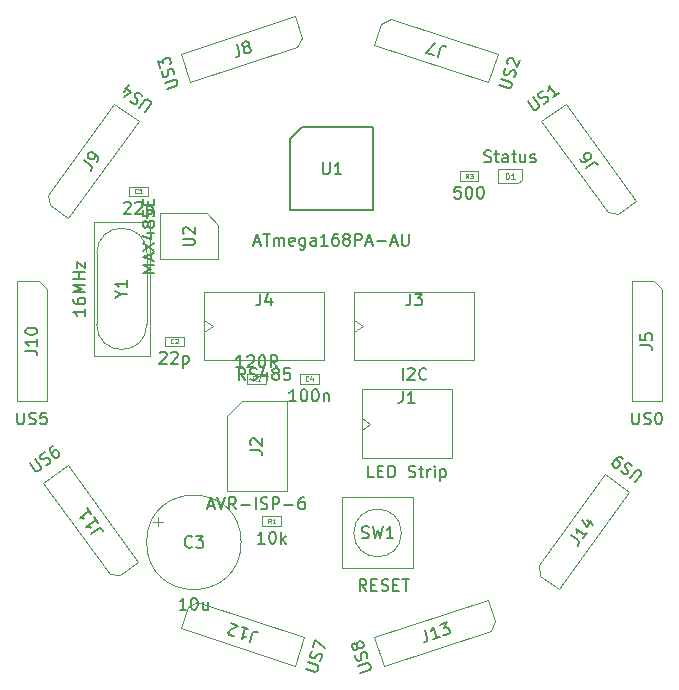
<source format=gbr>
%TF.GenerationSoftware,KiCad,Pcbnew,6.0.11+dfsg-1~bpo11+1*%
%TF.CreationDate,2023-02-26T17:05:11+01:00*%
%TF.ProjectId,ultrasonic_board,756c7472-6173-46f6-9e69-635f626f6172,rev?*%
%TF.SameCoordinates,PX8b48bd0PY4eb9cf0*%
%TF.FileFunction,AssemblyDrawing,Top*%
%FSLAX46Y46*%
G04 Gerber Fmt 4.6, Leading zero omitted, Abs format (unit mm)*
G04 Created by KiCad (PCBNEW 6.0.11+dfsg-1~bpo11+1) date 2023-02-26 17:05:11*
%MOMM*%
%LPD*%
G01*
G04 APERTURE LIST*
%ADD10C,0.150000*%
%ADD11C,0.060000*%
%ADD12C,0.080000*%
%ADD13C,0.100000*%
G04 APERTURE END LIST*
D10*
%TO.C,C1*%
X-18219286Y11722381D02*
X-18171667Y11770000D01*
X-18076429Y11817620D01*
X-17838334Y11817620D01*
X-17743096Y11770000D01*
X-17695477Y11722381D01*
X-17647858Y11627143D01*
X-17647858Y11531905D01*
X-17695477Y11389048D01*
X-18266905Y10817620D01*
X-17647858Y10817620D01*
X-17266905Y11722381D02*
X-17219286Y11770000D01*
X-17124048Y11817620D01*
X-16885953Y11817620D01*
X-16790715Y11770000D01*
X-16743096Y11722381D01*
X-16695477Y11627143D01*
X-16695477Y11531905D01*
X-16743096Y11389048D01*
X-17314524Y10817620D01*
X-16695477Y10817620D01*
X-16266905Y11484286D02*
X-16266905Y10484286D01*
X-16266905Y11436667D02*
X-16171667Y11484286D01*
X-15981191Y11484286D01*
X-15885953Y11436667D01*
X-15838334Y11389048D01*
X-15790715Y11293810D01*
X-15790715Y11008096D01*
X-15838334Y10912858D01*
X-15885953Y10865239D01*
X-15981191Y10817620D01*
X-16171667Y10817620D01*
X-16266905Y10865239D01*
D11*
X-17071667Y12557143D02*
X-17090715Y12538096D01*
X-17147858Y12519048D01*
X-17185953Y12519048D01*
X-17243096Y12538096D01*
X-17281191Y12576191D01*
X-17300239Y12614286D01*
X-17319286Y12690477D01*
X-17319286Y12747620D01*
X-17300239Y12823810D01*
X-17281191Y12861905D01*
X-17243096Y12900000D01*
X-17185953Y12919048D01*
X-17147858Y12919048D01*
X-17090715Y12900000D01*
X-17071667Y12880953D01*
X-16690715Y12519048D02*
X-16919286Y12519048D01*
X-16805000Y12519048D02*
X-16805000Y12919048D01*
X-16843096Y12861905D01*
X-16881191Y12823810D01*
X-16919286Y12804762D01*
D10*
%TO.C,C2*%
X-15184286Y-977619D02*
X-15136667Y-930000D01*
X-15041429Y-882380D01*
X-14803334Y-882380D01*
X-14708096Y-930000D01*
X-14660477Y-977619D01*
X-14612858Y-1072857D01*
X-14612858Y-1168095D01*
X-14660477Y-1310952D01*
X-15231905Y-1882380D01*
X-14612858Y-1882380D01*
X-14231905Y-977619D02*
X-14184286Y-930000D01*
X-14089048Y-882380D01*
X-13850953Y-882380D01*
X-13755715Y-930000D01*
X-13708096Y-977619D01*
X-13660477Y-1072857D01*
X-13660477Y-1168095D01*
X-13708096Y-1310952D01*
X-14279524Y-1882380D01*
X-13660477Y-1882380D01*
X-13231905Y-1215714D02*
X-13231905Y-2215714D01*
X-13231905Y-1263333D02*
X-13136667Y-1215714D01*
X-12946191Y-1215714D01*
X-12850953Y-1263333D01*
X-12803334Y-1310952D01*
X-12755715Y-1406190D01*
X-12755715Y-1691904D01*
X-12803334Y-1787142D01*
X-12850953Y-1834761D01*
X-12946191Y-1882380D01*
X-13136667Y-1882380D01*
X-13231905Y-1834761D01*
D11*
X-14036667Y-142857D02*
X-14055715Y-161904D01*
X-14112858Y-180952D01*
X-14150953Y-180952D01*
X-14208096Y-161904D01*
X-14246191Y-123809D01*
X-14265239Y-85714D01*
X-14284286Y-9523D01*
X-14284286Y47620D01*
X-14265239Y123810D01*
X-14246191Y161905D01*
X-14208096Y200000D01*
X-14150953Y219048D01*
X-14112858Y219048D01*
X-14055715Y200000D01*
X-14036667Y180953D01*
X-13884286Y180953D02*
X-13865239Y200000D01*
X-13827143Y219048D01*
X-13731905Y219048D01*
X-13693810Y200000D01*
X-13674762Y180953D01*
X-13655715Y142858D01*
X-13655715Y104762D01*
X-13674762Y47620D01*
X-13903334Y-180952D01*
X-13655715Y-180952D01*
D10*
%TO.C,C3*%
X-12953462Y-22720380D02*
X-13524890Y-22720380D01*
X-13239176Y-22720380D02*
X-13239176Y-21720380D01*
X-13334414Y-21863238D01*
X-13429652Y-21958476D01*
X-13524890Y-22006095D01*
X-12334414Y-21720380D02*
X-12239176Y-21720380D01*
X-12143938Y-21768000D01*
X-12096319Y-21815619D01*
X-12048700Y-21910857D01*
X-12001081Y-22101333D01*
X-12001081Y-22339428D01*
X-12048700Y-22529904D01*
X-12096319Y-22625142D01*
X-12143938Y-22672761D01*
X-12239176Y-22720380D01*
X-12334414Y-22720380D01*
X-12429652Y-22672761D01*
X-12477271Y-22625142D01*
X-12524890Y-22529904D01*
X-12572509Y-22339428D01*
X-12572509Y-22101333D01*
X-12524890Y-21910857D01*
X-12477271Y-21815619D01*
X-12429652Y-21768000D01*
X-12334414Y-21720380D01*
X-11143938Y-22053714D02*
X-11143938Y-22720380D01*
X-11572509Y-22053714D02*
X-11572509Y-22577523D01*
X-11524890Y-22672761D01*
X-11429652Y-22720380D01*
X-11286795Y-22720380D01*
X-11191557Y-22672761D01*
X-11143938Y-22625142D01*
X-12477271Y-17375142D02*
X-12524890Y-17422761D01*
X-12667747Y-17470380D01*
X-12762985Y-17470380D01*
X-12905843Y-17422761D01*
X-13001081Y-17327523D01*
X-13048700Y-17232285D01*
X-13096319Y-17041809D01*
X-13096319Y-16898952D01*
X-13048700Y-16708476D01*
X-13001081Y-16613238D01*
X-12905843Y-16518000D01*
X-12762985Y-16470380D01*
X-12667747Y-16470380D01*
X-12524890Y-16518000D01*
X-12477271Y-16565619D01*
X-12143938Y-16470380D02*
X-11524890Y-16470380D01*
X-11858224Y-16851333D01*
X-11715366Y-16851333D01*
X-11620128Y-16898952D01*
X-11572509Y-16946571D01*
X-11524890Y-17041809D01*
X-11524890Y-17279904D01*
X-11572509Y-17375142D01*
X-11620128Y-17422761D01*
X-11715366Y-17470380D01*
X-12001081Y-17470380D01*
X-12096319Y-17422761D01*
X-12143938Y-17375142D01*
%TO.C,C4*%
X-3659048Y-5057380D02*
X-4230477Y-5057380D01*
X-3944762Y-5057380D02*
X-3944762Y-4057380D01*
X-4040000Y-4200238D01*
X-4135239Y-4295476D01*
X-4230477Y-4343095D01*
X-3040000Y-4057380D02*
X-2944762Y-4057380D01*
X-2849524Y-4105000D01*
X-2801905Y-4152619D01*
X-2754286Y-4247857D01*
X-2706667Y-4438333D01*
X-2706667Y-4676428D01*
X-2754286Y-4866904D01*
X-2801905Y-4962142D01*
X-2849524Y-5009761D01*
X-2944762Y-5057380D01*
X-3040000Y-5057380D01*
X-3135239Y-5009761D01*
X-3182858Y-4962142D01*
X-3230477Y-4866904D01*
X-3278096Y-4676428D01*
X-3278096Y-4438333D01*
X-3230477Y-4247857D01*
X-3182858Y-4152619D01*
X-3135239Y-4105000D01*
X-3040000Y-4057380D01*
X-2087620Y-4057380D02*
X-1992381Y-4057380D01*
X-1897143Y-4105000D01*
X-1849524Y-4152619D01*
X-1801905Y-4247857D01*
X-1754286Y-4438333D01*
X-1754286Y-4676428D01*
X-1801905Y-4866904D01*
X-1849524Y-4962142D01*
X-1897143Y-5009761D01*
X-1992381Y-5057380D01*
X-2087620Y-5057380D01*
X-2182858Y-5009761D01*
X-2230477Y-4962142D01*
X-2278096Y-4866904D01*
X-2325715Y-4676428D01*
X-2325715Y-4438333D01*
X-2278096Y-4247857D01*
X-2230477Y-4152619D01*
X-2182858Y-4105000D01*
X-2087620Y-4057380D01*
X-1325715Y-4390714D02*
X-1325715Y-5057380D01*
X-1325715Y-4485952D02*
X-1278096Y-4438333D01*
X-1182858Y-4390714D01*
X-1040000Y-4390714D01*
X-944762Y-4438333D01*
X-897143Y-4533571D01*
X-897143Y-5057380D01*
D11*
X-2606667Y-3317857D02*
X-2625715Y-3336904D01*
X-2682858Y-3355952D01*
X-2720953Y-3355952D01*
X-2778096Y-3336904D01*
X-2816191Y-3298809D01*
X-2835239Y-3260714D01*
X-2854286Y-3184523D01*
X-2854286Y-3127380D01*
X-2835239Y-3051190D01*
X-2816191Y-3013095D01*
X-2778096Y-2975000D01*
X-2720953Y-2955952D01*
X-2682858Y-2955952D01*
X-2625715Y-2975000D01*
X-2606667Y-2994047D01*
X-2263810Y-3089285D02*
X-2263810Y-3355952D01*
X-2359048Y-2936904D02*
X-2454286Y-3222619D01*
X-2206667Y-3222619D01*
D10*
%TO.C,J1*%
X2929285Y-11517380D02*
X2453095Y-11517380D01*
X2453095Y-10517380D01*
X3262619Y-10993571D02*
X3595952Y-10993571D01*
X3738809Y-11517380D02*
X3262619Y-11517380D01*
X3262619Y-10517380D01*
X3738809Y-10517380D01*
X4167380Y-11517380D02*
X4167380Y-10517380D01*
X4405476Y-10517380D01*
X4548333Y-10565000D01*
X4643571Y-10660238D01*
X4691190Y-10755476D01*
X4738809Y-10945952D01*
X4738809Y-11088809D01*
X4691190Y-11279285D01*
X4643571Y-11374523D01*
X4548333Y-11469761D01*
X4405476Y-11517380D01*
X4167380Y-11517380D01*
X5881666Y-11469761D02*
X6024523Y-11517380D01*
X6262619Y-11517380D01*
X6357857Y-11469761D01*
X6405476Y-11422142D01*
X6453095Y-11326904D01*
X6453095Y-11231666D01*
X6405476Y-11136428D01*
X6357857Y-11088809D01*
X6262619Y-11041190D01*
X6072142Y-10993571D01*
X5976904Y-10945952D01*
X5929285Y-10898333D01*
X5881666Y-10803095D01*
X5881666Y-10707857D01*
X5929285Y-10612619D01*
X5976904Y-10565000D01*
X6072142Y-10517380D01*
X6310238Y-10517380D01*
X6453095Y-10565000D01*
X6738809Y-10850714D02*
X7119761Y-10850714D01*
X6881666Y-10517380D02*
X6881666Y-11374523D01*
X6929285Y-11469761D01*
X7024523Y-11517380D01*
X7119761Y-11517380D01*
X7453095Y-11517380D02*
X7453095Y-10850714D01*
X7453095Y-11041190D02*
X7500714Y-10945952D01*
X7548333Y-10898333D01*
X7643571Y-10850714D01*
X7738809Y-10850714D01*
X8072142Y-11517380D02*
X8072142Y-10850714D01*
X8072142Y-10517380D02*
X8024523Y-10565000D01*
X8072142Y-10612619D01*
X8119761Y-10565000D01*
X8072142Y-10517380D01*
X8072142Y-10612619D01*
X8548333Y-10850714D02*
X8548333Y-11850714D01*
X8548333Y-10898333D02*
X8643571Y-10850714D01*
X8834047Y-10850714D01*
X8929285Y-10898333D01*
X8976904Y-10945952D01*
X9024523Y-11041190D01*
X9024523Y-11326904D01*
X8976904Y-11422142D01*
X8929285Y-11469761D01*
X8834047Y-11517380D01*
X8643571Y-11517380D01*
X8548333Y-11469761D01*
X5381666Y-4217380D02*
X5381666Y-4931666D01*
X5334047Y-5074523D01*
X5238809Y-5169761D01*
X5095952Y-5217380D01*
X5000714Y-5217380D01*
X6381666Y-5217380D02*
X5810238Y-5217380D01*
X6095952Y-5217380D02*
X6095952Y-4217380D01*
X6000714Y-4360238D01*
X5905476Y-4455476D01*
X5810238Y-4503095D01*
%TO.C,J2*%
X-11080239Y-13926666D02*
X-10604048Y-13926666D01*
X-11175477Y-14212380D02*
X-10842143Y-13212380D01*
X-10508810Y-14212380D01*
X-10318334Y-13212380D02*
X-9985000Y-14212380D01*
X-9651667Y-13212380D01*
X-8746905Y-14212380D02*
X-9080239Y-13736190D01*
X-9318334Y-14212380D02*
X-9318334Y-13212380D01*
X-8937381Y-13212380D01*
X-8842143Y-13260000D01*
X-8794524Y-13307619D01*
X-8746905Y-13402857D01*
X-8746905Y-13545714D01*
X-8794524Y-13640952D01*
X-8842143Y-13688571D01*
X-8937381Y-13736190D01*
X-9318334Y-13736190D01*
X-8318334Y-13831428D02*
X-7556429Y-13831428D01*
X-7080239Y-14212380D02*
X-7080239Y-13212380D01*
X-6651667Y-14164761D02*
X-6508810Y-14212380D01*
X-6270715Y-14212380D01*
X-6175477Y-14164761D01*
X-6127858Y-14117142D01*
X-6080239Y-14021904D01*
X-6080239Y-13926666D01*
X-6127858Y-13831428D01*
X-6175477Y-13783809D01*
X-6270715Y-13736190D01*
X-6461191Y-13688571D01*
X-6556429Y-13640952D01*
X-6604048Y-13593333D01*
X-6651667Y-13498095D01*
X-6651667Y-13402857D01*
X-6604048Y-13307619D01*
X-6556429Y-13260000D01*
X-6461191Y-13212380D01*
X-6223096Y-13212380D01*
X-6080239Y-13260000D01*
X-5651667Y-14212380D02*
X-5651667Y-13212380D01*
X-5270715Y-13212380D01*
X-5175477Y-13260000D01*
X-5127858Y-13307619D01*
X-5080239Y-13402857D01*
X-5080239Y-13545714D01*
X-5127858Y-13640952D01*
X-5175477Y-13688571D01*
X-5270715Y-13736190D01*
X-5651667Y-13736190D01*
X-4651667Y-13831428D02*
X-3889762Y-13831428D01*
X-2985000Y-13212380D02*
X-3175477Y-13212380D01*
X-3270715Y-13260000D01*
X-3318334Y-13307619D01*
X-3413572Y-13450476D01*
X-3461191Y-13640952D01*
X-3461191Y-14021904D01*
X-3413572Y-14117142D01*
X-3365953Y-14164761D01*
X-3270715Y-14212380D01*
X-3080239Y-14212380D01*
X-2985000Y-14164761D01*
X-2937381Y-14117142D01*
X-2889762Y-14021904D01*
X-2889762Y-13783809D01*
X-2937381Y-13688571D01*
X-2985000Y-13640952D01*
X-3080239Y-13593333D01*
X-3270715Y-13593333D01*
X-3365953Y-13640952D01*
X-3413572Y-13688571D01*
X-3461191Y-13783809D01*
X-7532620Y-9223333D02*
X-6818334Y-9223333D01*
X-6675477Y-9270952D01*
X-6580239Y-9366190D01*
X-6532620Y-9509047D01*
X-6532620Y-9604285D01*
X-7437381Y-8794761D02*
X-7485000Y-8747142D01*
X-7532620Y-8651904D01*
X-7532620Y-8413809D01*
X-7485000Y-8318571D01*
X-7437381Y-8270952D01*
X-7342143Y-8223333D01*
X-7246905Y-8223333D01*
X-7104048Y-8270952D01*
X-6532620Y-8842380D01*
X-6532620Y-8223333D01*
%TO.C,J3*%
X5373809Y-3262380D02*
X5373809Y-2262380D01*
X5802380Y-2357619D02*
X5850000Y-2310000D01*
X5945238Y-2262380D01*
X6183333Y-2262380D01*
X6278571Y-2310000D01*
X6326190Y-2357619D01*
X6373809Y-2452857D01*
X6373809Y-2548095D01*
X6326190Y-2690952D01*
X5754761Y-3262380D01*
X6373809Y-3262380D01*
X7373809Y-3167142D02*
X7326190Y-3214761D01*
X7183333Y-3262380D01*
X7088095Y-3262380D01*
X6945238Y-3214761D01*
X6850000Y-3119523D01*
X6802380Y-3024285D01*
X6754761Y-2833809D01*
X6754761Y-2690952D01*
X6802380Y-2500476D01*
X6850000Y-2405238D01*
X6945238Y-2310000D01*
X7088095Y-2262380D01*
X7183333Y-2262380D01*
X7326190Y-2310000D01*
X7373809Y-2357619D01*
X6016666Y4037620D02*
X6016666Y3323334D01*
X5969047Y3180477D01*
X5873809Y3085239D01*
X5730952Y3037620D01*
X5635714Y3037620D01*
X6397619Y4037620D02*
X7016666Y4037620D01*
X6683333Y3656667D01*
X6826190Y3656667D01*
X6921428Y3609048D01*
X6969047Y3561429D01*
X7016666Y3466191D01*
X7016666Y3228096D01*
X6969047Y3132858D01*
X6921428Y3085239D01*
X6826190Y3037620D01*
X6540476Y3037620D01*
X6445238Y3085239D01*
X6397619Y3132858D01*
%TO.C,J4*%
X-7945239Y-3262380D02*
X-8278572Y-2786190D01*
X-8516667Y-3262380D02*
X-8516667Y-2262380D01*
X-8135715Y-2262380D01*
X-8040477Y-2310000D01*
X-7992858Y-2357619D01*
X-7945239Y-2452857D01*
X-7945239Y-2595714D01*
X-7992858Y-2690952D01*
X-8040477Y-2738571D01*
X-8135715Y-2786190D01*
X-8516667Y-2786190D01*
X-7564286Y-3214761D02*
X-7421429Y-3262380D01*
X-7183334Y-3262380D01*
X-7088096Y-3214761D01*
X-7040477Y-3167142D01*
X-6992858Y-3071904D01*
X-6992858Y-2976666D01*
X-7040477Y-2881428D01*
X-7088096Y-2833809D01*
X-7183334Y-2786190D01*
X-7373810Y-2738571D01*
X-7469048Y-2690952D01*
X-7516667Y-2643333D01*
X-7564286Y-2548095D01*
X-7564286Y-2452857D01*
X-7516667Y-2357619D01*
X-7469048Y-2310000D01*
X-7373810Y-2262380D01*
X-7135715Y-2262380D01*
X-6992858Y-2310000D01*
X-6135715Y-2595714D02*
X-6135715Y-3262380D01*
X-6373810Y-2214761D02*
X-6611905Y-2929047D01*
X-5992858Y-2929047D01*
X-5469048Y-2690952D02*
X-5564286Y-2643333D01*
X-5611905Y-2595714D01*
X-5659524Y-2500476D01*
X-5659524Y-2452857D01*
X-5611905Y-2357619D01*
X-5564286Y-2310000D01*
X-5469048Y-2262380D01*
X-5278572Y-2262380D01*
X-5183334Y-2310000D01*
X-5135715Y-2357619D01*
X-5088096Y-2452857D01*
X-5088096Y-2500476D01*
X-5135715Y-2595714D01*
X-5183334Y-2643333D01*
X-5278572Y-2690952D01*
X-5469048Y-2690952D01*
X-5564286Y-2738571D01*
X-5611905Y-2786190D01*
X-5659524Y-2881428D01*
X-5659524Y-3071904D01*
X-5611905Y-3167142D01*
X-5564286Y-3214761D01*
X-5469048Y-3262380D01*
X-5278572Y-3262380D01*
X-5183334Y-3214761D01*
X-5135715Y-3167142D01*
X-5088096Y-3071904D01*
X-5088096Y-2881428D01*
X-5135715Y-2786190D01*
X-5183334Y-2738571D01*
X-5278572Y-2690952D01*
X-4183334Y-2262380D02*
X-4659524Y-2262380D01*
X-4707143Y-2738571D01*
X-4659524Y-2690952D01*
X-4564286Y-2643333D01*
X-4326191Y-2643333D01*
X-4230953Y-2690952D01*
X-4183334Y-2738571D01*
X-4135715Y-2833809D01*
X-4135715Y-3071904D01*
X-4183334Y-3167142D01*
X-4230953Y-3214761D01*
X-4326191Y-3262380D01*
X-4564286Y-3262380D01*
X-4659524Y-3214761D01*
X-4707143Y-3167142D01*
X-6683334Y4037620D02*
X-6683334Y3323334D01*
X-6730953Y3180477D01*
X-6826191Y3085239D01*
X-6969048Y3037620D01*
X-7064286Y3037620D01*
X-5778572Y3704286D02*
X-5778572Y3037620D01*
X-6016667Y4085239D02*
X-6254762Y3370953D01*
X-5635715Y3370953D01*
%TO.C,J5*%
X24796904Y-6032380D02*
X24796904Y-6841904D01*
X24844523Y-6937142D01*
X24892142Y-6984761D01*
X24987380Y-7032380D01*
X25177857Y-7032380D01*
X25273095Y-6984761D01*
X25320714Y-6937142D01*
X25368333Y-6841904D01*
X25368333Y-6032380D01*
X25796904Y-6984761D02*
X25939761Y-7032380D01*
X26177857Y-7032380D01*
X26273095Y-6984761D01*
X26320714Y-6937142D01*
X26368333Y-6841904D01*
X26368333Y-6746666D01*
X26320714Y-6651428D01*
X26273095Y-6603809D01*
X26177857Y-6556190D01*
X25987380Y-6508571D01*
X25892142Y-6460952D01*
X25844523Y-6413333D01*
X25796904Y-6318095D01*
X25796904Y-6222857D01*
X25844523Y-6127619D01*
X25892142Y-6080000D01*
X25987380Y-6032380D01*
X26225476Y-6032380D01*
X26368333Y-6080000D01*
X26987380Y-6032380D02*
X27082619Y-6032380D01*
X27177857Y-6080000D01*
X27225476Y-6127619D01*
X27273095Y-6222857D01*
X27320714Y-6413333D01*
X27320714Y-6651428D01*
X27273095Y-6841904D01*
X27225476Y-6937142D01*
X27177857Y-6984761D01*
X27082619Y-7032380D01*
X26987380Y-7032380D01*
X26892142Y-6984761D01*
X26844523Y-6937142D01*
X26796904Y-6841904D01*
X26749285Y-6651428D01*
X26749285Y-6413333D01*
X26796904Y-6222857D01*
X26844523Y-6127619D01*
X26892142Y-6080000D01*
X26987380Y-6032380D01*
X25487380Y-333333D02*
X26201666Y-333333D01*
X26344523Y-380952D01*
X26439761Y-476190D01*
X26487380Y-619047D01*
X26487380Y-714285D01*
X25487380Y619048D02*
X25487380Y142858D01*
X25963571Y95239D01*
X25915952Y142858D01*
X25868333Y238096D01*
X25868333Y476191D01*
X25915952Y571429D01*
X25963571Y619048D01*
X26058809Y666667D01*
X26296904Y666667D01*
X26392142Y619048D01*
X26439761Y571429D01*
X26487380Y476191D01*
X26487380Y238096D01*
X26439761Y142858D01*
X26392142Y95239D01*
%TO.C,J6*%
X15937388Y20312986D02*
X16413214Y19658068D01*
X16507718Y19609009D01*
X16574233Y19598474D01*
X16679272Y19615929D01*
X16833370Y19727888D01*
X16882430Y19822392D01*
X16892965Y19888906D01*
X16875510Y19993945D01*
X16399683Y20648864D01*
X17306200Y20130279D02*
X17449764Y20175724D01*
X17642387Y20315673D01*
X17691447Y20410177D01*
X17701982Y20476692D01*
X17684527Y20581731D01*
X17628547Y20658780D01*
X17534043Y20707839D01*
X17467528Y20718374D01*
X17362489Y20700919D01*
X17180401Y20627485D01*
X17075362Y20610030D01*
X17008848Y20620565D01*
X16914344Y20669624D01*
X16858364Y20746673D01*
X16840909Y20851712D01*
X16851444Y20918227D01*
X16900503Y21012731D01*
X17093127Y21152680D01*
X17236690Y21198124D01*
X18566978Y20987428D02*
X18104683Y20651550D01*
X18335830Y20819489D02*
X17748045Y21628506D01*
X17754965Y21456952D01*
X17733895Y21323924D01*
X17684836Y21229420D01*
X20881433Y14682801D02*
X21459302Y15102647D01*
X21602866Y15148092D01*
X21735894Y15127022D01*
X21858388Y15039438D01*
X21914368Y14962389D01*
X20349627Y15414769D02*
X20461586Y15260670D01*
X20556090Y15211611D01*
X20622605Y15201076D01*
X20794158Y15207996D01*
X20976246Y15281430D01*
X21284443Y15505348D01*
X21333503Y15599853D01*
X21344038Y15666367D01*
X21326583Y15771406D01*
X21214624Y15925505D01*
X21120119Y15974564D01*
X21053605Y15985099D01*
X20948566Y15967644D01*
X20755943Y15827695D01*
X20706884Y15733191D01*
X20696349Y15666676D01*
X20713804Y15561637D01*
X20825763Y15407539D01*
X20920267Y15358480D01*
X20986781Y15347945D01*
X21091820Y15365400D01*
%TO.C,J7*%
X13550067Y21689039D02*
X14319970Y21438882D01*
X14425262Y21454740D01*
X14485266Y21485313D01*
X14559984Y21561175D01*
X14618845Y21742329D01*
X14602986Y21847621D01*
X14572413Y21907624D01*
X14496551Y21982343D01*
X13726649Y22232499D01*
X14764852Y22345793D02*
X14854286Y22466943D01*
X14927862Y22693385D01*
X14912003Y22798677D01*
X14881430Y22858681D01*
X14805568Y22933399D01*
X14714992Y22962830D01*
X14609700Y22946971D01*
X14549696Y22916398D01*
X14474978Y22840536D01*
X14370829Y22674098D01*
X14296110Y22598236D01*
X14236107Y22567663D01*
X14130815Y22551804D01*
X14040238Y22581235D01*
X13964376Y22655953D01*
X13933803Y22715957D01*
X13917945Y22821249D01*
X13991520Y23047691D01*
X14080954Y23168841D01*
X14243963Y23516433D02*
X14213390Y23576436D01*
X14197532Y23681728D01*
X14271107Y23908170D01*
X14345826Y23984032D01*
X14405829Y24014605D01*
X14511121Y24030464D01*
X14601698Y24001033D01*
X14722848Y23911600D01*
X15089728Y23191558D01*
X15281024Y23780307D01*
X8343320Y24106823D02*
X8564046Y24786149D01*
X8653480Y24907299D01*
X8773487Y24968446D01*
X8924067Y24969589D01*
X9014644Y24940159D01*
X7981013Y24224544D02*
X7346975Y24430555D01*
X8063587Y25249176D01*
%TO.C,J8*%
X-14591702Y21350591D02*
X-13821799Y21600748D01*
X-13745937Y21675467D01*
X-13715364Y21735470D01*
X-13699506Y21840762D01*
X-13758366Y22021916D01*
X-13833085Y22097777D01*
X-13893088Y22128351D01*
X-13998380Y22144209D01*
X-14768283Y21894052D01*
X-13994951Y22595950D02*
X-13993807Y22746530D01*
X-14067383Y22972972D01*
X-14142102Y23048834D01*
X-14202105Y23079407D01*
X-14307397Y23095265D01*
X-14397974Y23065835D01*
X-14473835Y22991117D01*
X-14504409Y22931113D01*
X-14520267Y22825821D01*
X-14506695Y22629952D01*
X-14522553Y22524661D01*
X-14553127Y22464657D01*
X-14628988Y22389938D01*
X-14719565Y22360508D01*
X-14824857Y22376366D01*
X-14884860Y22406940D01*
X-14959579Y22482802D01*
X-15033155Y22709244D01*
X-15032011Y22859824D01*
X-15180305Y23162128D02*
X-15371602Y23750877D01*
X-14906289Y23551579D01*
X-14950434Y23687444D01*
X-14934576Y23792736D01*
X-14904003Y23852739D01*
X-14828141Y23927458D01*
X-14601699Y24001033D01*
X-14496407Y23985175D01*
X-14436403Y23954602D01*
X-14361685Y23878740D01*
X-14273394Y23607010D01*
X-14289252Y23501718D01*
X-14319826Y23441714D01*
X-8681768Y25148456D02*
X-8461042Y24469130D01*
X-8462185Y24318550D01*
X-8523331Y24198543D01*
X-8644481Y24109109D01*
X-8735058Y24079679D01*
X-7960583Y24932157D02*
X-8065875Y24948015D01*
X-8125878Y24978589D01*
X-8200597Y25054450D01*
X-8215312Y25099739D01*
X-8199454Y25205031D01*
X-8168880Y25265034D01*
X-8093019Y25339753D01*
X-7911865Y25398613D01*
X-7806573Y25382755D01*
X-7746570Y25352182D01*
X-7671851Y25276320D01*
X-7657136Y25231031D01*
X-7672994Y25125740D01*
X-7703567Y25065736D01*
X-7779429Y24991017D01*
X-7960583Y24932157D01*
X-8036445Y24857438D01*
X-8067018Y24797435D01*
X-8082876Y24692143D01*
X-8024016Y24510989D01*
X-7949297Y24435128D01*
X-7889294Y24404554D01*
X-7784002Y24388696D01*
X-7602848Y24447557D01*
X-7526986Y24522275D01*
X-7496413Y24582279D01*
X-7480555Y24687571D01*
X-7539415Y24868724D01*
X-7614134Y24944586D01*
X-7674137Y24975159D01*
X-7779429Y24991017D01*
%TO.C,J9*%
X-16454154Y19426920D02*
X-15978328Y20081839D01*
X-15960873Y20186878D01*
X-15971408Y20253392D01*
X-16020467Y20347896D01*
X-16174566Y20459855D01*
X-16279605Y20477310D01*
X-16346119Y20466776D01*
X-16440623Y20417716D01*
X-16916449Y19762798D01*
X-16703375Y20785198D02*
X-16790959Y20907692D01*
X-16983583Y21047641D01*
X-17088622Y21065096D01*
X-17155136Y21054561D01*
X-17249640Y21005501D01*
X-17305620Y20928452D01*
X-17323075Y20823413D01*
X-17312540Y20756899D01*
X-17263480Y20662395D01*
X-17137372Y20511911D01*
X-17088312Y20417407D01*
X-17077777Y20350892D01*
X-17095232Y20245853D01*
X-17151212Y20168804D01*
X-17245716Y20119745D01*
X-17312230Y20109210D01*
X-17417269Y20126665D01*
X-17609892Y20266613D01*
X-17697476Y20389107D01*
X-18222981Y21124071D02*
X-17831124Y21663416D01*
X-18254276Y20675925D02*
X-17641806Y21113846D01*
X-18142626Y21477713D01*
X-21640500Y15326566D02*
X-21062631Y14906719D01*
X-20975047Y14784225D01*
X-20953977Y14651196D01*
X-20999422Y14507633D01*
X-21055401Y14430583D01*
X-20523596Y15162551D02*
X-20411636Y15316650D01*
X-20394182Y15421689D01*
X-20404716Y15488203D01*
X-20464311Y15649222D01*
X-20590419Y15799705D01*
X-20898616Y16023623D01*
X-21003655Y16041078D01*
X-21070170Y16030544D01*
X-21164674Y15981484D01*
X-21276633Y15827386D01*
X-21294088Y15722347D01*
X-21283553Y15655832D01*
X-21234494Y15561328D01*
X-21041870Y15421379D01*
X-20936831Y15403924D01*
X-20870317Y15414459D01*
X-20775813Y15463519D01*
X-20663854Y15617617D01*
X-20646399Y15722656D01*
X-20656934Y15789170D01*
X-20705993Y15883675D01*
%TO.C,J10*%
X-27273096Y-6032380D02*
X-27273096Y-6841904D01*
X-27225477Y-6937142D01*
X-27177858Y-6984761D01*
X-27082620Y-7032380D01*
X-26892143Y-7032380D01*
X-26796905Y-6984761D01*
X-26749286Y-6937142D01*
X-26701667Y-6841904D01*
X-26701667Y-6032380D01*
X-26273096Y-6984761D02*
X-26130239Y-7032380D01*
X-25892143Y-7032380D01*
X-25796905Y-6984761D01*
X-25749286Y-6937142D01*
X-25701667Y-6841904D01*
X-25701667Y-6746666D01*
X-25749286Y-6651428D01*
X-25796905Y-6603809D01*
X-25892143Y-6556190D01*
X-26082620Y-6508571D01*
X-26177858Y-6460952D01*
X-26225477Y-6413333D01*
X-26273096Y-6318095D01*
X-26273096Y-6222857D01*
X-26225477Y-6127619D01*
X-26177858Y-6080000D01*
X-26082620Y-6032380D01*
X-25844524Y-6032380D01*
X-25701667Y-6080000D01*
X-24796905Y-6032380D02*
X-25273096Y-6032380D01*
X-25320715Y-6508571D01*
X-25273096Y-6460952D01*
X-25177858Y-6413333D01*
X-24939762Y-6413333D01*
X-24844524Y-6460952D01*
X-24796905Y-6508571D01*
X-24749286Y-6603809D01*
X-24749286Y-6841904D01*
X-24796905Y-6937142D01*
X-24844524Y-6984761D01*
X-24939762Y-7032380D01*
X-25177858Y-7032380D01*
X-25273096Y-6984761D01*
X-25320715Y-6937142D01*
X-26582620Y-809523D02*
X-25868334Y-809523D01*
X-25725477Y-857142D01*
X-25630239Y-952380D01*
X-25582620Y-1095238D01*
X-25582620Y-1190476D01*
X-25582620Y190477D02*
X-25582620Y-380952D01*
X-25582620Y-95238D02*
X-26582620Y-95238D01*
X-26439762Y-190476D01*
X-26344524Y-285714D01*
X-26296905Y-380952D01*
X-26582620Y809524D02*
X-26582620Y904762D01*
X-26535000Y1000000D01*
X-26487381Y1047620D01*
X-26392143Y1095239D01*
X-26201667Y1142858D01*
X-25963572Y1142858D01*
X-25773096Y1095239D01*
X-25677858Y1047620D01*
X-25630239Y1000000D01*
X-25582620Y904762D01*
X-25582620Y809524D01*
X-25630239Y714286D01*
X-25677858Y666667D01*
X-25773096Y619048D01*
X-25963572Y571429D01*
X-26201667Y571429D01*
X-26392143Y619048D01*
X-26487381Y666667D01*
X-26535000Y714286D01*
X-26582620Y809524D01*
%TO.C,J11*%
X-26226612Y-10294014D02*
X-25750786Y-10948932D01*
X-25656282Y-10997991D01*
X-25589767Y-11008526D01*
X-25484728Y-10991071D01*
X-25330630Y-10879112D01*
X-25281570Y-10784608D01*
X-25271035Y-10718094D01*
X-25288490Y-10613055D01*
X-25764317Y-9958136D01*
X-24857800Y-10476721D02*
X-24714236Y-10431276D01*
X-24521613Y-10291327D01*
X-24472553Y-10196823D01*
X-24462018Y-10130308D01*
X-24479473Y-10025269D01*
X-24535453Y-9948220D01*
X-24629957Y-9899161D01*
X-24696472Y-9888626D01*
X-24801511Y-9906081D01*
X-24983599Y-9979515D01*
X-25088638Y-9996970D01*
X-25155152Y-9986435D01*
X-25249656Y-9937376D01*
X-25305636Y-9860327D01*
X-25323091Y-9755288D01*
X-25312556Y-9688773D01*
X-25263497Y-9594269D01*
X-25070873Y-9454320D01*
X-24927310Y-9408876D01*
X-24261856Y-8866535D02*
X-24415955Y-8978494D01*
X-24465014Y-9072998D01*
X-24475549Y-9139513D01*
X-24468629Y-9311066D01*
X-24395195Y-9493154D01*
X-24171276Y-9801351D01*
X-24076772Y-9850411D01*
X-24010258Y-9860946D01*
X-23905219Y-9843491D01*
X-23751120Y-9731532D01*
X-23702061Y-9637027D01*
X-23691526Y-9570513D01*
X-23708981Y-9465474D01*
X-23848930Y-9272851D01*
X-23943434Y-9223791D01*
X-24009948Y-9213257D01*
X-24114987Y-9230712D01*
X-24269086Y-9342671D01*
X-24318145Y-9437175D01*
X-24328680Y-9503689D01*
X-24311225Y-9608728D01*
X-21002669Y-16309445D02*
X-20424800Y-15889599D01*
X-20281237Y-15844154D01*
X-20148208Y-15865224D01*
X-20025714Y-15952808D01*
X-19969734Y-16029857D01*
X-20781438Y-14912643D02*
X-20445560Y-15374939D01*
X-20613499Y-15143791D02*
X-21422516Y-15731576D01*
X-21250963Y-15724656D01*
X-21117934Y-15745726D01*
X-21023430Y-15794785D01*
X-21341233Y-14142151D02*
X-21005356Y-14604446D01*
X-21173295Y-14373299D02*
X-21982312Y-14961084D01*
X-21810758Y-14954164D01*
X-21677729Y-14975233D01*
X-21583225Y-15024293D01*
%TO.C,J12*%
X-2832933Y-27713961D02*
X-2063030Y-27964118D01*
X-1957738Y-27948260D01*
X-1897734Y-27917687D01*
X-1823016Y-27841825D01*
X-1764155Y-27660671D01*
X-1780014Y-27555379D01*
X-1810587Y-27495376D01*
X-1886449Y-27420657D01*
X-2656351Y-27170501D01*
X-1618148Y-27057207D02*
X-1528714Y-26936057D01*
X-1455138Y-26709615D01*
X-1470997Y-26604323D01*
X-1501570Y-26544319D01*
X-1577432Y-26469601D01*
X-1668008Y-26440170D01*
X-1773300Y-26456029D01*
X-1833304Y-26486602D01*
X-1908022Y-26562464D01*
X-2012171Y-26728902D01*
X-2086890Y-26804764D01*
X-2146893Y-26835337D01*
X-2252185Y-26851196D01*
X-2342762Y-26821765D01*
X-2418624Y-26747047D01*
X-2449197Y-26687043D01*
X-2465055Y-26581751D01*
X-2391480Y-26355309D01*
X-2302046Y-26234159D01*
X-2244329Y-25902425D02*
X-2038318Y-25268388D01*
X-1219697Y-25985000D01*
X-7586796Y-25443328D02*
X-7366070Y-24764002D01*
X-7276636Y-24642852D01*
X-7156629Y-24581705D01*
X-7006049Y-24580562D01*
X-6915472Y-24609992D01*
X-8228836Y-24183254D02*
X-7685375Y-24359835D01*
X-7957105Y-24271545D02*
X-8266122Y-25222601D01*
X-8131400Y-25116166D01*
X-8011393Y-25055020D01*
X-7906101Y-25039161D01*
X-8870730Y-24926013D02*
X-8930733Y-24956587D01*
X-9036025Y-24972445D01*
X-9262467Y-24898869D01*
X-9338329Y-24824151D01*
X-9368902Y-24764147D01*
X-9384760Y-24658855D01*
X-9355330Y-24568278D01*
X-9265897Y-24447128D01*
X-8545855Y-24080249D01*
X-9134604Y-23888952D01*
%TO.C,J13*%
X1791298Y-28052409D02*
X2561201Y-27802252D01*
X2637063Y-27727533D01*
X2667636Y-27667530D01*
X2683494Y-27562238D01*
X2624634Y-27381084D01*
X2549915Y-27305223D01*
X2489912Y-27274649D01*
X2384620Y-27258791D01*
X1614717Y-27508948D01*
X2388049Y-26807050D02*
X2389193Y-26656470D01*
X2315617Y-26430028D01*
X2240898Y-26354166D01*
X2180895Y-26323593D01*
X2075603Y-26307735D01*
X1985026Y-26337165D01*
X1909165Y-26411883D01*
X1878591Y-26471887D01*
X1862733Y-26577179D01*
X1876305Y-26773048D01*
X1860447Y-26878339D01*
X1829873Y-26938343D01*
X1754012Y-27013062D01*
X1663435Y-27042492D01*
X1558143Y-27026634D01*
X1498140Y-26996060D01*
X1423421Y-26920198D01*
X1349845Y-26693756D01*
X1350989Y-26543176D01*
X1536715Y-25881995D02*
X1520856Y-25987286D01*
X1490283Y-26047290D01*
X1414421Y-26122009D01*
X1369133Y-26136724D01*
X1263841Y-26120865D01*
X1203838Y-26090292D01*
X1129119Y-26014430D01*
X1070259Y-25833277D01*
X1086117Y-25727985D01*
X1116690Y-25667981D01*
X1192552Y-25593263D01*
X1237840Y-25578548D01*
X1343132Y-25594406D01*
X1403136Y-25624979D01*
X1477854Y-25700841D01*
X1536715Y-25881995D01*
X1611433Y-25957856D01*
X1671437Y-25988430D01*
X1776729Y-26004288D01*
X1957882Y-25945427D01*
X2033744Y-25870709D01*
X2064317Y-25810705D01*
X2080176Y-25705413D01*
X2021315Y-25524260D01*
X1946597Y-25448398D01*
X1886593Y-25417825D01*
X1781301Y-25401967D01*
X1600148Y-25460827D01*
X1524286Y-25535546D01*
X1493713Y-25595549D01*
X1477854Y-25700841D01*
X7248348Y-24401694D02*
X7469074Y-25081021D01*
X7467931Y-25231601D01*
X7406785Y-25351608D01*
X7285635Y-25441042D01*
X7195058Y-25470472D01*
X8508422Y-25043734D02*
X7964961Y-25220315D01*
X8236691Y-25132025D02*
X7927674Y-24180968D01*
X7881243Y-24346263D01*
X7820096Y-24466270D01*
X7744234Y-24540989D01*
X8516423Y-23989672D02*
X9105173Y-23798376D01*
X8905875Y-24263688D01*
X9041740Y-24219543D01*
X9147032Y-24235401D01*
X9207035Y-24265975D01*
X9281754Y-24341836D01*
X9355329Y-24568278D01*
X9339471Y-24673570D01*
X9308898Y-24733574D01*
X9233036Y-24808292D01*
X8961306Y-24896583D01*
X8856014Y-24880725D01*
X8796010Y-24850151D01*
%TO.C,J14*%
X25074846Y-11942080D02*
X25550672Y-11287161D01*
X25568127Y-11182122D01*
X25557592Y-11115608D01*
X25508533Y-11021104D01*
X25354434Y-10909145D01*
X25249395Y-10891690D01*
X25182881Y-10902224D01*
X25088377Y-10951284D01*
X24612551Y-11606202D01*
X24825625Y-10583802D02*
X24738041Y-10461308D01*
X24545417Y-10321359D01*
X24440378Y-10303904D01*
X24373864Y-10314439D01*
X24279360Y-10363499D01*
X24223380Y-10440548D01*
X24205925Y-10545587D01*
X24216460Y-10612101D01*
X24265520Y-10706605D01*
X24391628Y-10857089D01*
X24440688Y-10951593D01*
X24451223Y-11018108D01*
X24433768Y-11123147D01*
X24377788Y-11200196D01*
X24283284Y-11249255D01*
X24216770Y-11259790D01*
X24111731Y-11242335D01*
X23919108Y-11102387D01*
X23831524Y-10979893D01*
X24006073Y-9929502D02*
X23851974Y-9817543D01*
X23746935Y-9800088D01*
X23680421Y-9810623D01*
X23519402Y-9870218D01*
X23368919Y-9996326D01*
X23145000Y-10304523D01*
X23127546Y-10409562D01*
X23138080Y-10476077D01*
X23187140Y-10570581D01*
X23341238Y-10682540D01*
X23446277Y-10699995D01*
X23512792Y-10689460D01*
X23607296Y-10640401D01*
X23747245Y-10447777D01*
X23764700Y-10342738D01*
X23754165Y-10276224D01*
X23705105Y-10181720D01*
X23551007Y-10069761D01*
X23445968Y-10052306D01*
X23379454Y-10062841D01*
X23284949Y-10111900D01*
X19608602Y-16427681D02*
X20186472Y-16847527D01*
X20274056Y-16970021D01*
X20295125Y-17103050D01*
X20249681Y-17246614D01*
X20193701Y-17323663D01*
X21005404Y-16206449D02*
X20669527Y-16668744D01*
X20837466Y-16437597D02*
X20028449Y-15849811D01*
X20088043Y-16010830D01*
X20109113Y-16143859D01*
X20091658Y-16248898D01*
X20969876Y-15121149D02*
X21509220Y-15513006D01*
X20521730Y-15089854D02*
X20959650Y-15702324D01*
X21323517Y-15201503D01*
%TO.C,R1*%
X-6310239Y-17122380D02*
X-6881667Y-17122380D01*
X-6595953Y-17122380D02*
X-6595953Y-16122380D01*
X-6691191Y-16265238D01*
X-6786429Y-16360476D01*
X-6881667Y-16408095D01*
X-5691191Y-16122380D02*
X-5595953Y-16122380D01*
X-5500715Y-16170000D01*
X-5453096Y-16217619D01*
X-5405477Y-16312857D01*
X-5357858Y-16503333D01*
X-5357858Y-16741428D01*
X-5405477Y-16931904D01*
X-5453096Y-17027142D01*
X-5500715Y-17074761D01*
X-5595953Y-17122380D01*
X-5691191Y-17122380D01*
X-5786429Y-17074761D01*
X-5834048Y-17027142D01*
X-5881667Y-16931904D01*
X-5929286Y-16741428D01*
X-5929286Y-16503333D01*
X-5881667Y-16312857D01*
X-5834048Y-16217619D01*
X-5786429Y-16170000D01*
X-5691191Y-16122380D01*
X-4929286Y-17122380D02*
X-4929286Y-16122380D01*
X-4834048Y-16741428D02*
X-4548334Y-17122380D01*
X-4548334Y-16455714D02*
X-4929286Y-16836666D01*
D11*
X-5781667Y-15420952D02*
X-5915000Y-15230476D01*
X-6010239Y-15420952D02*
X-6010239Y-15020952D01*
X-5857858Y-15020952D01*
X-5819762Y-15040000D01*
X-5800715Y-15059047D01*
X-5781667Y-15097142D01*
X-5781667Y-15154285D01*
X-5800715Y-15192380D01*
X-5819762Y-15211428D01*
X-5857858Y-15230476D01*
X-6010239Y-15230476D01*
X-5400715Y-15420952D02*
X-5629286Y-15420952D01*
X-5515000Y-15420952D02*
X-5515000Y-15020952D01*
X-5553096Y-15078095D01*
X-5591191Y-15116190D01*
X-5629286Y-15135238D01*
D10*
%TO.C,R2*%
X-8151667Y-2197380D02*
X-8723096Y-2197380D01*
X-8437381Y-2197380D02*
X-8437381Y-1197380D01*
X-8532620Y-1340238D01*
X-8627858Y-1435476D01*
X-8723096Y-1483095D01*
X-7770715Y-1292619D02*
X-7723096Y-1245000D01*
X-7627858Y-1197380D01*
X-7389762Y-1197380D01*
X-7294524Y-1245000D01*
X-7246905Y-1292619D01*
X-7199286Y-1387857D01*
X-7199286Y-1483095D01*
X-7246905Y-1625952D01*
X-7818334Y-2197380D01*
X-7199286Y-2197380D01*
X-6580239Y-1197380D02*
X-6485000Y-1197380D01*
X-6389762Y-1245000D01*
X-6342143Y-1292619D01*
X-6294524Y-1387857D01*
X-6246905Y-1578333D01*
X-6246905Y-1816428D01*
X-6294524Y-2006904D01*
X-6342143Y-2102142D01*
X-6389762Y-2149761D01*
X-6485000Y-2197380D01*
X-6580239Y-2197380D01*
X-6675477Y-2149761D01*
X-6723096Y-2102142D01*
X-6770715Y-2006904D01*
X-6818334Y-1816428D01*
X-6818334Y-1578333D01*
X-6770715Y-1387857D01*
X-6723096Y-1292619D01*
X-6675477Y-1245000D01*
X-6580239Y-1197380D01*
X-5246905Y-2197380D02*
X-5580239Y-1721190D01*
X-5818334Y-2197380D02*
X-5818334Y-1197380D01*
X-5437381Y-1197380D01*
X-5342143Y-1245000D01*
X-5294524Y-1292619D01*
X-5246905Y-1387857D01*
X-5246905Y-1530714D01*
X-5294524Y-1625952D01*
X-5342143Y-1673571D01*
X-5437381Y-1721190D01*
X-5818334Y-1721190D01*
D11*
X-7051667Y-3355952D02*
X-7185000Y-3165476D01*
X-7280239Y-3355952D02*
X-7280239Y-2955952D01*
X-7127858Y-2955952D01*
X-7089762Y-2975000D01*
X-7070715Y-2994047D01*
X-7051667Y-3032142D01*
X-7051667Y-3089285D01*
X-7070715Y-3127380D01*
X-7089762Y-3146428D01*
X-7127858Y-3165476D01*
X-7280239Y-3165476D01*
X-6899286Y-2994047D02*
X-6880239Y-2975000D01*
X-6842143Y-2955952D01*
X-6746905Y-2955952D01*
X-6708810Y-2975000D01*
X-6689762Y-2994047D01*
X-6670715Y-3032142D01*
X-6670715Y-3070238D01*
X-6689762Y-3127380D01*
X-6918334Y-3355952D01*
X-6670715Y-3355952D01*
D10*
%TO.C,R3*%
X10270714Y13087620D02*
X9794523Y13087620D01*
X9746904Y12611429D01*
X9794523Y12659048D01*
X9889761Y12706667D01*
X10127857Y12706667D01*
X10223095Y12659048D01*
X10270714Y12611429D01*
X10318333Y12516191D01*
X10318333Y12278096D01*
X10270714Y12182858D01*
X10223095Y12135239D01*
X10127857Y12087620D01*
X9889761Y12087620D01*
X9794523Y12135239D01*
X9746904Y12182858D01*
X10937380Y13087620D02*
X11032619Y13087620D01*
X11127857Y13040000D01*
X11175476Y12992381D01*
X11223095Y12897143D01*
X11270714Y12706667D01*
X11270714Y12468572D01*
X11223095Y12278096D01*
X11175476Y12182858D01*
X11127857Y12135239D01*
X11032619Y12087620D01*
X10937380Y12087620D01*
X10842142Y12135239D01*
X10794523Y12182858D01*
X10746904Y12278096D01*
X10699285Y12468572D01*
X10699285Y12706667D01*
X10746904Y12897143D01*
X10794523Y12992381D01*
X10842142Y13040000D01*
X10937380Y13087620D01*
X11889761Y13087620D02*
X11985000Y13087620D01*
X12080238Y13040000D01*
X12127857Y12992381D01*
X12175476Y12897143D01*
X12223095Y12706667D01*
X12223095Y12468572D01*
X12175476Y12278096D01*
X12127857Y12182858D01*
X12080238Y12135239D01*
X11985000Y12087620D01*
X11889761Y12087620D01*
X11794523Y12135239D01*
X11746904Y12182858D01*
X11699285Y12278096D01*
X11651666Y12468572D01*
X11651666Y12706667D01*
X11699285Y12897143D01*
X11746904Y12992381D01*
X11794523Y13040000D01*
X11889761Y13087620D01*
D11*
X10918333Y13789048D02*
X10785000Y13979524D01*
X10689761Y13789048D02*
X10689761Y14189048D01*
X10842142Y14189048D01*
X10880238Y14170000D01*
X10899285Y14150953D01*
X10918333Y14112858D01*
X10918333Y14055715D01*
X10899285Y14017620D01*
X10880238Y13998572D01*
X10842142Y13979524D01*
X10689761Y13979524D01*
X11051666Y14189048D02*
X11299285Y14189048D01*
X11165952Y14036667D01*
X11223095Y14036667D01*
X11261190Y14017620D01*
X11280238Y13998572D01*
X11299285Y13960477D01*
X11299285Y13865239D01*
X11280238Y13827143D01*
X11261190Y13808096D01*
X11223095Y13789048D01*
X11108809Y13789048D01*
X11070714Y13808096D01*
X11051666Y13827143D01*
D10*
%TO.C,SW1*%
X2297619Y-21122380D02*
X1964285Y-20646190D01*
X1726190Y-21122380D02*
X1726190Y-20122380D01*
X2107142Y-20122380D01*
X2202380Y-20170000D01*
X2250000Y-20217619D01*
X2297619Y-20312857D01*
X2297619Y-20455714D01*
X2250000Y-20550952D01*
X2202380Y-20598571D01*
X2107142Y-20646190D01*
X1726190Y-20646190D01*
X2726190Y-20598571D02*
X3059523Y-20598571D01*
X3202380Y-21122380D02*
X2726190Y-21122380D01*
X2726190Y-20122380D01*
X3202380Y-20122380D01*
X3583333Y-21074761D02*
X3726190Y-21122380D01*
X3964285Y-21122380D01*
X4059523Y-21074761D01*
X4107142Y-21027142D01*
X4154761Y-20931904D01*
X4154761Y-20836666D01*
X4107142Y-20741428D01*
X4059523Y-20693809D01*
X3964285Y-20646190D01*
X3773809Y-20598571D01*
X3678571Y-20550952D01*
X3630952Y-20503333D01*
X3583333Y-20408095D01*
X3583333Y-20312857D01*
X3630952Y-20217619D01*
X3678571Y-20170000D01*
X3773809Y-20122380D01*
X4011904Y-20122380D01*
X4154761Y-20170000D01*
X4583333Y-20598571D02*
X4916666Y-20598571D01*
X5059523Y-21122380D02*
X4583333Y-21122380D01*
X4583333Y-20122380D01*
X5059523Y-20122380D01*
X5345238Y-20122380D02*
X5916666Y-20122380D01*
X5630952Y-21122380D02*
X5630952Y-20122380D01*
X1916666Y-16624761D02*
X2059523Y-16672380D01*
X2297619Y-16672380D01*
X2392857Y-16624761D01*
X2440476Y-16577142D01*
X2488095Y-16481904D01*
X2488095Y-16386666D01*
X2440476Y-16291428D01*
X2392857Y-16243809D01*
X2297619Y-16196190D01*
X2107142Y-16148571D01*
X2011904Y-16100952D01*
X1964285Y-16053333D01*
X1916666Y-15958095D01*
X1916666Y-15862857D01*
X1964285Y-15767619D01*
X2011904Y-15720000D01*
X2107142Y-15672380D01*
X2345238Y-15672380D01*
X2488095Y-15720000D01*
X2821428Y-15672380D02*
X3059523Y-16672380D01*
X3250000Y-15958095D01*
X3440476Y-16672380D01*
X3678571Y-15672380D01*
X4583333Y-16672380D02*
X4011904Y-16672380D01*
X4297619Y-16672380D02*
X4297619Y-15672380D01*
X4202380Y-15815238D01*
X4107142Y-15910476D01*
X4011904Y-15958095D01*
%TO.C,U1*%
X-7182620Y8388334D02*
X-6706429Y8388334D01*
X-7277858Y8102620D02*
X-6944524Y9102620D01*
X-6611191Y8102620D01*
X-6420715Y9102620D02*
X-5849286Y9102620D01*
X-6135000Y8102620D02*
X-6135000Y9102620D01*
X-5515953Y8102620D02*
X-5515953Y8769286D01*
X-5515953Y8674048D02*
X-5468334Y8721667D01*
X-5373096Y8769286D01*
X-5230239Y8769286D01*
X-5135000Y8721667D01*
X-5087381Y8626429D01*
X-5087381Y8102620D01*
X-5087381Y8626429D02*
X-5039762Y8721667D01*
X-4944524Y8769286D01*
X-4801667Y8769286D01*
X-4706429Y8721667D01*
X-4658810Y8626429D01*
X-4658810Y8102620D01*
X-3801667Y8150239D02*
X-3896905Y8102620D01*
X-4087381Y8102620D01*
X-4182620Y8150239D01*
X-4230239Y8245477D01*
X-4230239Y8626429D01*
X-4182620Y8721667D01*
X-4087381Y8769286D01*
X-3896905Y8769286D01*
X-3801667Y8721667D01*
X-3754048Y8626429D01*
X-3754048Y8531191D01*
X-4230239Y8435953D01*
X-2896905Y8769286D02*
X-2896905Y7959762D01*
X-2944524Y7864524D01*
X-2992143Y7816905D01*
X-3087381Y7769286D01*
X-3230239Y7769286D01*
X-3325477Y7816905D01*
X-2896905Y8150239D02*
X-2992143Y8102620D01*
X-3182620Y8102620D01*
X-3277858Y8150239D01*
X-3325477Y8197858D01*
X-3373096Y8293096D01*
X-3373096Y8578810D01*
X-3325477Y8674048D01*
X-3277858Y8721667D01*
X-3182620Y8769286D01*
X-2992143Y8769286D01*
X-2896905Y8721667D01*
X-1992143Y8102620D02*
X-1992143Y8626429D01*
X-2039762Y8721667D01*
X-2135000Y8769286D01*
X-2325477Y8769286D01*
X-2420715Y8721667D01*
X-1992143Y8150239D02*
X-2087381Y8102620D01*
X-2325477Y8102620D01*
X-2420715Y8150239D01*
X-2468334Y8245477D01*
X-2468334Y8340715D01*
X-2420715Y8435953D01*
X-2325477Y8483572D01*
X-2087381Y8483572D01*
X-1992143Y8531191D01*
X-992143Y8102620D02*
X-1563572Y8102620D01*
X-1277858Y8102620D02*
X-1277858Y9102620D01*
X-1373096Y8959762D01*
X-1468334Y8864524D01*
X-1563572Y8816905D01*
X-135000Y9102620D02*
X-325477Y9102620D01*
X-420715Y9055000D01*
X-468334Y9007381D01*
X-563572Y8864524D01*
X-611191Y8674048D01*
X-611191Y8293096D01*
X-563572Y8197858D01*
X-515953Y8150239D01*
X-420715Y8102620D01*
X-230239Y8102620D01*
X-135000Y8150239D01*
X-87381Y8197858D01*
X-39762Y8293096D01*
X-39762Y8531191D01*
X-87381Y8626429D01*
X-135000Y8674048D01*
X-230239Y8721667D01*
X-420715Y8721667D01*
X-515953Y8674048D01*
X-563572Y8626429D01*
X-611191Y8531191D01*
X531666Y8674048D02*
X436428Y8721667D01*
X388809Y8769286D01*
X341190Y8864524D01*
X341190Y8912143D01*
X388809Y9007381D01*
X436428Y9055000D01*
X531666Y9102620D01*
X722142Y9102620D01*
X817380Y9055000D01*
X865000Y9007381D01*
X912619Y8912143D01*
X912619Y8864524D01*
X865000Y8769286D01*
X817380Y8721667D01*
X722142Y8674048D01*
X531666Y8674048D01*
X436428Y8626429D01*
X388809Y8578810D01*
X341190Y8483572D01*
X341190Y8293096D01*
X388809Y8197858D01*
X436428Y8150239D01*
X531666Y8102620D01*
X722142Y8102620D01*
X817380Y8150239D01*
X865000Y8197858D01*
X912619Y8293096D01*
X912619Y8483572D01*
X865000Y8578810D01*
X817380Y8626429D01*
X722142Y8674048D01*
X1341190Y8102620D02*
X1341190Y9102620D01*
X1722142Y9102620D01*
X1817380Y9055000D01*
X1865000Y9007381D01*
X1912619Y8912143D01*
X1912619Y8769286D01*
X1865000Y8674048D01*
X1817380Y8626429D01*
X1722142Y8578810D01*
X1341190Y8578810D01*
X2293571Y8388334D02*
X2769761Y8388334D01*
X2198333Y8102620D02*
X2531666Y9102620D01*
X2865000Y8102620D01*
X3198333Y8483572D02*
X3960238Y8483572D01*
X4388809Y8388334D02*
X4865000Y8388334D01*
X4293571Y8102620D02*
X4626904Y9102620D01*
X4960238Y8102620D01*
X5293571Y9102620D02*
X5293571Y8293096D01*
X5341190Y8197858D01*
X5388809Y8150239D01*
X5484047Y8102620D01*
X5674523Y8102620D01*
X5769761Y8150239D01*
X5817380Y8197858D01*
X5865000Y8293096D01*
X5865000Y9102620D01*
X-1396905Y15152620D02*
X-1396905Y14343096D01*
X-1349286Y14247858D01*
X-1301667Y14200239D01*
X-1206429Y14152620D01*
X-1015953Y14152620D01*
X-920715Y14200239D01*
X-873096Y14247858D01*
X-825477Y14343096D01*
X-825477Y15152620D01*
X174523Y14152620D02*
X-396905Y14152620D01*
X-111191Y14152620D02*
X-111191Y15152620D01*
X-206429Y15009762D01*
X-301667Y14914524D01*
X-396905Y14866905D01*
%TO.C,U2*%
X-15647620Y5770953D02*
X-16647620Y5770953D01*
X-15933334Y6104286D01*
X-16647620Y6437620D01*
X-15647620Y6437620D01*
X-15933334Y6866191D02*
X-15933334Y7342381D01*
X-15647620Y6770953D02*
X-16647620Y7104286D01*
X-15647620Y7437620D01*
X-16647620Y7675715D02*
X-15647620Y8342381D01*
X-16647620Y8342381D02*
X-15647620Y7675715D01*
X-16314286Y9151905D02*
X-15647620Y9151905D01*
X-16695239Y8913810D02*
X-15980953Y8675715D01*
X-15980953Y9294762D01*
X-16219048Y9818572D02*
X-16266667Y9723334D01*
X-16314286Y9675715D01*
X-16409524Y9628096D01*
X-16457143Y9628096D01*
X-16552381Y9675715D01*
X-16600000Y9723334D01*
X-16647620Y9818572D01*
X-16647620Y10009048D01*
X-16600000Y10104286D01*
X-16552381Y10151905D01*
X-16457143Y10199524D01*
X-16409524Y10199524D01*
X-16314286Y10151905D01*
X-16266667Y10104286D01*
X-16219048Y10009048D01*
X-16219048Y9818572D01*
X-16171429Y9723334D01*
X-16123810Y9675715D01*
X-16028572Y9628096D01*
X-15838096Y9628096D01*
X-15742858Y9675715D01*
X-15695239Y9723334D01*
X-15647620Y9818572D01*
X-15647620Y10009048D01*
X-15695239Y10104286D01*
X-15742858Y10151905D01*
X-15838096Y10199524D01*
X-16028572Y10199524D01*
X-16123810Y10151905D01*
X-16171429Y10104286D01*
X-16219048Y10009048D01*
X-16647620Y11104286D02*
X-16647620Y10628096D01*
X-16171429Y10580477D01*
X-16219048Y10628096D01*
X-16266667Y10723334D01*
X-16266667Y10961429D01*
X-16219048Y11056667D01*
X-16171429Y11104286D01*
X-16076191Y11151905D01*
X-15838096Y11151905D01*
X-15742858Y11104286D01*
X-15695239Y11056667D01*
X-15647620Y10961429D01*
X-15647620Y10723334D01*
X-15695239Y10628096D01*
X-15742858Y10580477D01*
X-16171429Y11580477D02*
X-16171429Y11913810D01*
X-15647620Y12056667D02*
X-15647620Y11580477D01*
X-16647620Y11580477D01*
X-16647620Y12056667D01*
X-13236667Y8143334D02*
X-12443334Y8143334D01*
X-12350000Y8190000D01*
X-12303334Y8236667D01*
X-12256667Y8330000D01*
X-12256667Y8516667D01*
X-12303334Y8610000D01*
X-12350000Y8656667D01*
X-12443334Y8703334D01*
X-13236667Y8703334D01*
X-13143334Y9123334D02*
X-13190000Y9170000D01*
X-13236667Y9263334D01*
X-13236667Y9496667D01*
X-13190000Y9590000D01*
X-13143334Y9636667D01*
X-13050000Y9683334D01*
X-12956667Y9683334D01*
X-12816667Y9636667D01*
X-12256667Y9076667D01*
X-12256667Y9683334D01*
%TO.C,Y1*%
X-21512620Y2754524D02*
X-21512620Y2183096D01*
X-21512620Y2468810D02*
X-22512620Y2468810D01*
X-22369762Y2373572D01*
X-22274524Y2278334D01*
X-22226905Y2183096D01*
X-22512620Y3611667D02*
X-22512620Y3421191D01*
X-22465000Y3325953D01*
X-22417381Y3278334D01*
X-22274524Y3183096D01*
X-22084048Y3135477D01*
X-21703096Y3135477D01*
X-21607858Y3183096D01*
X-21560239Y3230715D01*
X-21512620Y3325953D01*
X-21512620Y3516429D01*
X-21560239Y3611667D01*
X-21607858Y3659286D01*
X-21703096Y3706905D01*
X-21941191Y3706905D01*
X-22036429Y3659286D01*
X-22084048Y3611667D01*
X-22131667Y3516429D01*
X-22131667Y3325953D01*
X-22084048Y3230715D01*
X-22036429Y3183096D01*
X-21941191Y3135477D01*
X-21512620Y4135477D02*
X-22512620Y4135477D01*
X-21798334Y4468810D01*
X-22512620Y4802143D01*
X-21512620Y4802143D01*
X-21512620Y5278334D02*
X-22512620Y5278334D01*
X-22036429Y5278334D02*
X-22036429Y5849762D01*
X-21512620Y5849762D02*
X-22512620Y5849762D01*
X-22179286Y6230715D02*
X-22179286Y6754524D01*
X-21512620Y6230715D01*
X-21512620Y6754524D01*
X-18438810Y3968810D02*
X-17962620Y3968810D01*
X-18962620Y3635477D02*
X-18438810Y3968810D01*
X-18962620Y4302143D01*
X-17962620Y5159286D02*
X-17962620Y4587858D01*
X-17962620Y4873572D02*
X-18962620Y4873572D01*
X-18819762Y4778334D01*
X-18724524Y4683096D01*
X-18676905Y4587858D01*
%TO.C,D1*%
X12285833Y15215239D02*
X12428690Y15167620D01*
X12666785Y15167620D01*
X12762023Y15215239D01*
X12809642Y15262858D01*
X12857261Y15358096D01*
X12857261Y15453334D01*
X12809642Y15548572D01*
X12762023Y15596191D01*
X12666785Y15643810D01*
X12476309Y15691429D01*
X12381071Y15739048D01*
X12333452Y15786667D01*
X12285833Y15881905D01*
X12285833Y15977143D01*
X12333452Y16072381D01*
X12381071Y16120000D01*
X12476309Y16167620D01*
X12714404Y16167620D01*
X12857261Y16120000D01*
X13142976Y15834286D02*
X13523928Y15834286D01*
X13285833Y16167620D02*
X13285833Y15310477D01*
X13333452Y15215239D01*
X13428690Y15167620D01*
X13523928Y15167620D01*
X14285833Y15167620D02*
X14285833Y15691429D01*
X14238214Y15786667D01*
X14142976Y15834286D01*
X13952500Y15834286D01*
X13857261Y15786667D01*
X14285833Y15215239D02*
X14190595Y15167620D01*
X13952500Y15167620D01*
X13857261Y15215239D01*
X13809642Y15310477D01*
X13809642Y15405715D01*
X13857261Y15500953D01*
X13952500Y15548572D01*
X14190595Y15548572D01*
X14285833Y15596191D01*
X14619166Y15834286D02*
X15000119Y15834286D01*
X14762023Y16167620D02*
X14762023Y15310477D01*
X14809642Y15215239D01*
X14904880Y15167620D01*
X15000119Y15167620D01*
X15762023Y15834286D02*
X15762023Y15167620D01*
X15333452Y15834286D02*
X15333452Y15310477D01*
X15381071Y15215239D01*
X15476309Y15167620D01*
X15619166Y15167620D01*
X15714404Y15215239D01*
X15762023Y15262858D01*
X16190595Y15215239D02*
X16285833Y15167620D01*
X16476309Y15167620D01*
X16571547Y15215239D01*
X16619166Y15310477D01*
X16619166Y15358096D01*
X16571547Y15453334D01*
X16476309Y15500953D01*
X16333452Y15500953D01*
X16238214Y15548572D01*
X16190595Y15643810D01*
X16190595Y15691429D01*
X16238214Y15786667D01*
X16333452Y15834286D01*
X16476309Y15834286D01*
X16571547Y15786667D01*
D12*
X14083452Y13743810D02*
X14083452Y14243810D01*
X14202500Y14243810D01*
X14273928Y14220000D01*
X14321547Y14172381D01*
X14345357Y14124762D01*
X14369166Y14029524D01*
X14369166Y13958096D01*
X14345357Y13862858D01*
X14321547Y13815239D01*
X14273928Y13767620D01*
X14202500Y13743810D01*
X14083452Y13743810D01*
X14845357Y13743810D02*
X14559642Y13743810D01*
X14702500Y13743810D02*
X14702500Y14243810D01*
X14654880Y14172381D01*
X14607261Y14124762D01*
X14559642Y14100953D01*
D13*
%TO.C,C1*%
X-17805000Y12300000D02*
X-17805000Y13100000D01*
X-16205000Y12300000D02*
X-17805000Y12300000D01*
X-17805000Y13100000D02*
X-16205000Y13100000D01*
X-16205000Y13100000D02*
X-16205000Y12300000D01*
%TO.C,C2*%
X-13170000Y-400000D02*
X-14770000Y-400000D01*
X-13170000Y400000D02*
X-13170000Y-400000D01*
X-14770000Y-400000D02*
X-14770000Y400000D01*
X-14770000Y400000D02*
X-13170000Y400000D01*
%TO.C,C3*%
X-15737363Y-15270500D02*
X-14937363Y-15270500D01*
X-15337363Y-14870500D02*
X-15337363Y-15670500D01*
X-8310604Y-17018000D02*
G75*
G03*
X-8310604Y-17018000I-4000000J0D01*
G01*
%TO.C,C4*%
X-3340000Y-2775000D02*
X-1740000Y-2775000D01*
X-1740000Y-3575000D02*
X-3340000Y-3575000D01*
X-3340000Y-3575000D02*
X-3340000Y-2775000D01*
X-1740000Y-2775000D02*
X-1740000Y-3575000D01*
%TO.C,J1*%
X1905000Y-9865000D02*
X9525000Y-9865000D01*
X9525000Y-9865000D02*
X9525000Y-4065000D01*
X1905000Y-6485000D02*
X2612107Y-6985000D01*
X9525000Y-4065000D02*
X1905000Y-4065000D01*
X2612107Y-6985000D02*
X1905000Y-7485000D01*
X1905000Y-4065000D02*
X1905000Y-9865000D01*
%TO.C,J2*%
X-9525000Y-6350000D02*
X-8255000Y-5080000D01*
X-4445000Y-12700000D02*
X-9525000Y-12700000D01*
X-8255000Y-5080000D02*
X-4445000Y-5080000D01*
X-9525000Y-12700000D02*
X-9525000Y-6350000D01*
X-4445000Y-5080000D02*
X-4445000Y-12700000D01*
%TO.C,J3*%
X11430000Y4190000D02*
X1270000Y4190000D01*
X1270000Y4190000D02*
X1270000Y-1610000D01*
X1270000Y-1610000D02*
X11430000Y-1610000D01*
X1977107Y1270000D02*
X1270000Y770000D01*
X1270000Y1770000D02*
X1977107Y1270000D01*
X11430000Y-1610000D02*
X11430000Y4190000D01*
%TO.C,J4*%
X-11430000Y-1610000D02*
X-1270000Y-1610000D01*
X-11430000Y1770000D02*
X-10722893Y1270000D01*
X-1270000Y4190000D02*
X-11430000Y4190000D01*
X-11430000Y4190000D02*
X-11430000Y-1610000D01*
X-10722893Y1270000D02*
X-11430000Y770000D01*
X-1270000Y-1610000D02*
X-1270000Y4190000D01*
%TO.C,J5*%
X27305000Y4445000D02*
X27305000Y-5080000D01*
X24765000Y-5080000D02*
X24765000Y5080000D01*
X27305000Y-5080000D02*
X24765000Y-5080000D01*
X26670000Y5080000D02*
X27305000Y4445000D01*
X24765000Y5080000D02*
X26670000Y5080000D01*
%TO.C,J6*%
X23600761Y10791305D02*
X22713792Y10931787D01*
X17115138Y18637674D02*
X19170041Y20130648D01*
X19170041Y20130648D02*
X25141939Y11911036D01*
X22713792Y10931787D02*
X17115138Y18637674D01*
X25141939Y11911036D02*
X23600761Y10791305D01*
%TO.C,J7*%
X2971707Y25092610D02*
X3560384Y26904372D01*
X12634441Y21952997D02*
X2971707Y25092610D01*
X3560384Y26904372D02*
X4360531Y27312068D01*
X4360531Y27312068D02*
X13419344Y24368681D01*
X13419344Y24368681D02*
X12634441Y21952997D01*
%TO.C,J8*%
X-12634441Y21952997D02*
X-13419344Y24368681D01*
X-13419344Y24368681D02*
X-3756610Y27508293D01*
X-3167932Y25696531D02*
X-3575628Y24896384D01*
X-3575628Y24896384D02*
X-12634441Y21952997D01*
X-3756610Y27508293D02*
X-3167932Y25696531D01*
%TO.C,J9*%
X-19043041Y20130648D02*
X-16988138Y18637674D01*
X-22960036Y10418061D02*
X-24501213Y11537792D01*
X-24501213Y11537792D02*
X-24641695Y12424761D01*
X-24641695Y12424761D02*
X-19043041Y20130648D01*
X-16988138Y18637674D02*
X-22960036Y10418061D01*
%TO.C,J10*%
X-27305000Y5080000D02*
X-25400000Y5080000D01*
X-27305000Y-5080000D02*
X-27305000Y5080000D01*
X-25400000Y5080000D02*
X-24765000Y4445000D01*
X-24765000Y-5080000D02*
X-27305000Y-5080000D01*
X-24765000Y4445000D02*
X-24765000Y-5080000D01*
%TO.C,J11*%
X-17022061Y-18695964D02*
X-18563239Y-19815695D01*
X-22993959Y-10476352D02*
X-17022061Y-18695964D01*
X-19450208Y-19675213D02*
X-25048862Y-11969326D01*
X-18563239Y-19815695D02*
X-19450208Y-19675213D01*
X-25048862Y-11969326D02*
X-22993959Y-10476352D01*
%TO.C,J12*%
X-12822616Y-22498628D02*
X-12022469Y-22090932D01*
X-13411293Y-24310390D02*
X-12822616Y-22498628D01*
X-12022469Y-22090932D02*
X-2963656Y-25034319D01*
X-2963656Y-25034319D02*
X-3748559Y-27450003D01*
X-3748559Y-27450003D02*
X-13411293Y-24310390D01*
%TO.C,J13*%
X12807372Y-24506616D02*
X3748559Y-27450003D01*
X2963656Y-25034319D02*
X12626390Y-21894707D01*
X3748559Y-27450003D02*
X2963656Y-25034319D01*
X12626390Y-21894707D02*
X13215068Y-23706469D01*
X13215068Y-23706469D02*
X12807372Y-24506616D01*
%TO.C,J14*%
X17027787Y-19831208D02*
X16887305Y-18944239D01*
X18568964Y-20950939D02*
X17027787Y-19831208D01*
X24540862Y-12731326D02*
X18568964Y-20950939D01*
X16887305Y-18944239D02*
X22485959Y-11238352D01*
X22485959Y-11238352D02*
X24540862Y-12731326D01*
%TO.C,R1*%
X-6515000Y-14827500D02*
X-4915000Y-14827500D01*
X-6515000Y-15652500D02*
X-6515000Y-14827500D01*
X-4915000Y-15652500D02*
X-6515000Y-15652500D01*
X-4915000Y-14827500D02*
X-4915000Y-15652500D01*
%TO.C,R2*%
X-7785000Y-2762500D02*
X-6185000Y-2762500D01*
X-6185000Y-3587500D02*
X-7785000Y-3587500D01*
X-7785000Y-3587500D02*
X-7785000Y-2762500D01*
X-6185000Y-2762500D02*
X-6185000Y-3587500D01*
%TO.C,R3*%
X10185000Y13557500D02*
X10185000Y14382500D01*
X11785000Y14382500D02*
X11785000Y13557500D01*
X11785000Y13557500D02*
X10185000Y13557500D01*
X10185000Y14382500D02*
X11785000Y14382500D01*
%TO.C,SW1*%
X250000Y-13220000D02*
X3250000Y-13220000D01*
X3250000Y-13220000D02*
X6250000Y-13220000D01*
X6250000Y-19220000D02*
X250000Y-19220000D01*
X6250000Y-13220000D02*
X6250000Y-19220000D01*
X250000Y-19220000D02*
X250000Y-13220000D01*
X5265564Y-16220000D02*
G75*
G03*
X5265564Y-16220000I-2015564J0D01*
G01*
D10*
%TO.C,U1*%
X-4135000Y17105000D02*
X-3135000Y18105000D01*
X-4135000Y11105000D02*
X-4135000Y17105000D01*
X2865000Y18105000D02*
X2865000Y11105000D01*
X2865000Y11105000D02*
X-4135000Y11105000D01*
X-3135000Y18105000D02*
X2865000Y18105000D01*
D13*
%TO.C,U2*%
X-15150000Y6940000D02*
X-15150000Y10840000D01*
X-10250000Y6940000D02*
X-15150000Y6940000D01*
X-10250000Y9865000D02*
X-10250000Y6940000D01*
X-15150000Y10840000D02*
X-11225000Y10840000D01*
X-11225000Y10840000D02*
X-10250000Y9865000D01*
%TO.C,Y1*%
X-16300000Y7460000D02*
X-16300000Y1430000D01*
X-20765000Y-1255000D02*
X-16065000Y-1255000D01*
X-16065000Y10145000D02*
X-20765000Y10145000D01*
X-20530000Y7460000D02*
X-20530000Y1430000D01*
X-16065000Y-1255000D02*
X-16065000Y10145000D01*
X-20765000Y10145000D02*
X-20765000Y-1255000D01*
X-20530000Y1430000D02*
G75*
G03*
X-16300000Y1430000I2115000J0D01*
G01*
X-16300000Y7460000D02*
G75*
G03*
X-20530000Y7460000I-2115000J0D01*
G01*
%TO.C,D1*%
X15452500Y14570000D02*
X13452500Y14570000D01*
X13452500Y14570000D02*
X13452500Y13370000D01*
X13452500Y13370000D02*
X15152500Y13370000D01*
X15452500Y13670000D02*
X15452500Y14570000D01*
X15152500Y13370000D02*
X15452500Y13670000D01*
%TD*%
M02*

</source>
